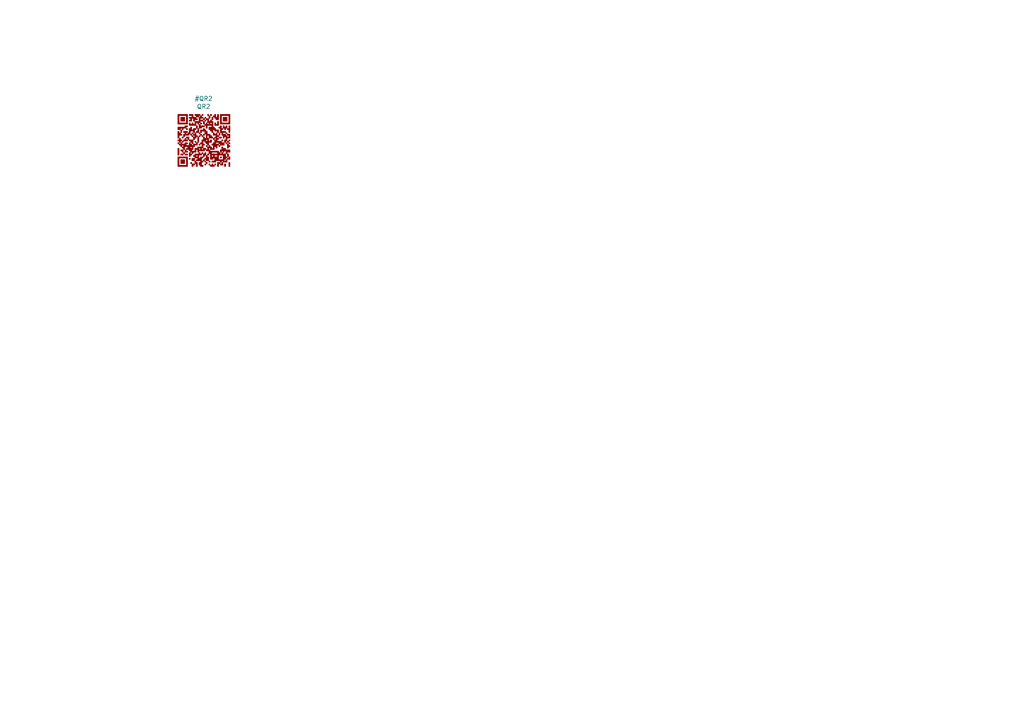
<source format=kicad_sch>
(kicad_sch (version 20211123) (generator eeschema)
  (paper "A4")
  (lib_symbols
    (symbol "qr:QR2" (pin_numbers hide) (pin_names hide) (in_bom no)
      (property "Reference" "#QR" (at 0 8.75 0))
      (property "Value" "QR2" (at 0 -8.75 0))
    )
  )
  (symbol (lib_id "qr:QR2") (at 59.055 40.64 0) (unit 1)
    (property "Reference" "#QR2" (at 59.055 28.6004 0))
    (property "Value" "QR2" (at 59.055 30.9118 0))
    (property "Footprint" "QR:QR2" (effects hide))
    (property "qr_version" "2" (effects hide))
    (property "qr_size" "25" (effects hide))
    (property "qr_ecc" "3,2" (effects hide))
    (property "qr_mask" "2" (effects hide))
    (property "qr_text" "bogus 1 2 3 4" (effects hide))
  )
)
</source>
